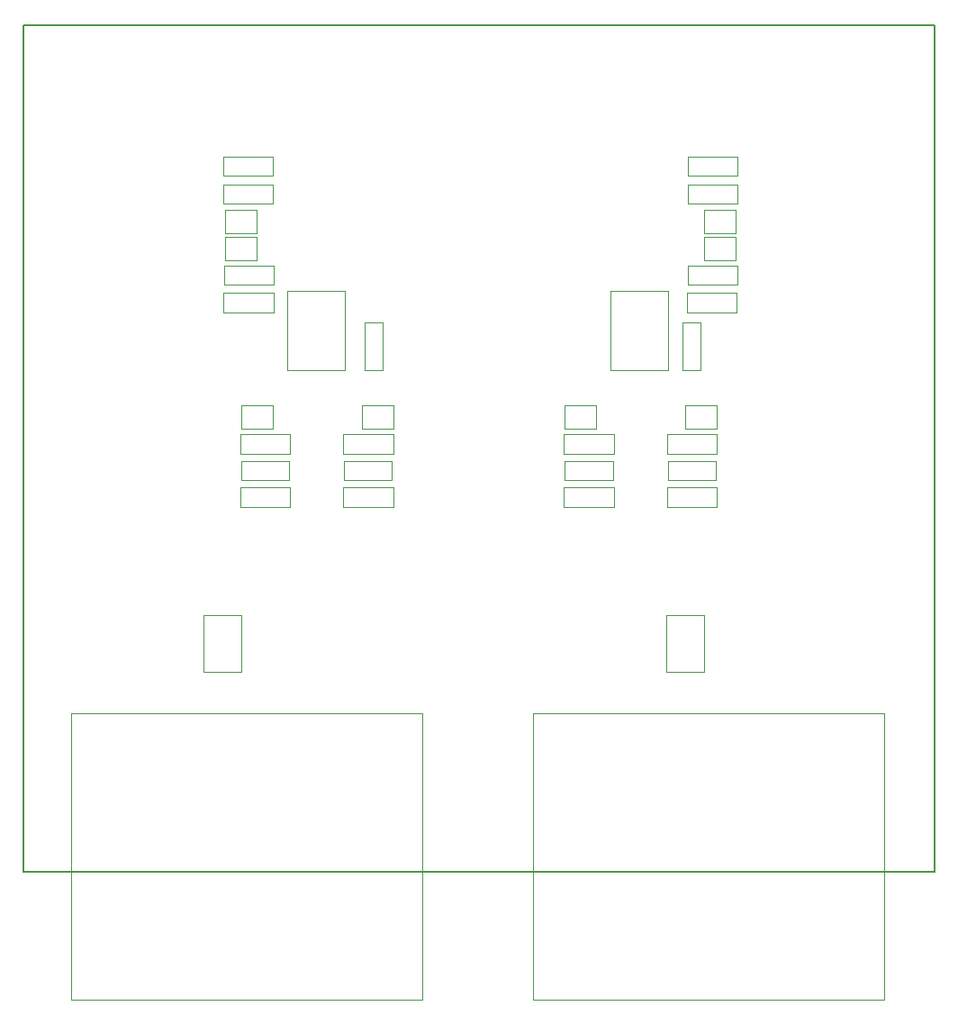
<source format=gbr>
G04 #@! TF.FileFunction,Other,User*
%FSLAX46Y46*%
G04 Gerber Fmt 4.6, Leading zero omitted, Abs format (unit mm)*
G04 Created by KiCad (PCBNEW 4.0.7-e2-6376~58~ubuntu16.04.1) date Thu Oct 11 01:20:23 2018*
%MOMM*%
%LPD*%
G01*
G04 APERTURE LIST*
%ADD10C,0.100000*%
%ADD11C,0.150000*%
%ADD12C,0.050000*%
G04 APERTURE END LIST*
D10*
D11*
X151500000Y-133950000D02*
X65800000Y-133950000D01*
X65800000Y-133950000D02*
X65800000Y-54395000D01*
X151500000Y-54395000D02*
X151500000Y-133950000D01*
X65800000Y-54395000D02*
X151500000Y-54395000D01*
D12*
X89300000Y-81350000D02*
X84600000Y-81350000D01*
X89300000Y-81350000D02*
X89300000Y-79550000D01*
X84600000Y-79550000D02*
X84600000Y-81350000D01*
X84600000Y-79550000D02*
X89300000Y-79550000D01*
X128250000Y-66750000D02*
X132950000Y-66750000D01*
X128250000Y-66750000D02*
X128250000Y-68550000D01*
X132950000Y-68550000D02*
X132950000Y-66750000D01*
X132950000Y-68550000D02*
X128250000Y-68550000D01*
X84650000Y-76950000D02*
X89350000Y-76950000D01*
X84650000Y-76950000D02*
X84650000Y-78750000D01*
X89350000Y-78750000D02*
X89350000Y-76950000D01*
X89350000Y-78750000D02*
X84650000Y-78750000D01*
X132950000Y-71150000D02*
X128250000Y-71150000D01*
X132950000Y-71150000D02*
X132950000Y-69350000D01*
X128250000Y-69350000D02*
X128250000Y-71150000D01*
X128250000Y-69350000D02*
X132950000Y-69350000D01*
X116700000Y-95370000D02*
X121200000Y-95370000D01*
X116700000Y-95370000D02*
X116700000Y-97120000D01*
X121200000Y-97120000D02*
X121200000Y-95370000D01*
X121200000Y-97120000D02*
X116700000Y-97120000D01*
X126400000Y-95370000D02*
X130900000Y-95370000D01*
X126400000Y-95370000D02*
X126400000Y-97120000D01*
X130900000Y-97120000D02*
X130900000Y-95370000D01*
X130900000Y-97120000D02*
X126400000Y-97120000D01*
X100450000Y-97130000D02*
X95950000Y-97130000D01*
X100450000Y-97130000D02*
X100450000Y-95380000D01*
X95950000Y-95380000D02*
X95950000Y-97130000D01*
X95950000Y-95380000D02*
X100450000Y-95380000D01*
X90750000Y-97130000D02*
X86250000Y-97130000D01*
X90750000Y-97130000D02*
X90750000Y-95380000D01*
X86250000Y-95380000D02*
X86250000Y-97130000D01*
X86250000Y-95380000D02*
X90750000Y-95380000D01*
X129480000Y-82300000D02*
X129480000Y-86800000D01*
X129480000Y-82300000D02*
X127730000Y-82300000D01*
X127730000Y-86800000D02*
X129480000Y-86800000D01*
X127730000Y-86800000D02*
X127730000Y-82300000D01*
X99580000Y-82300000D02*
X99580000Y-86800000D01*
X99580000Y-82300000D02*
X97830000Y-82300000D01*
X97830000Y-86800000D02*
X99580000Y-86800000D01*
X97830000Y-86800000D02*
X97830000Y-82300000D01*
X84750000Y-71750000D02*
X87700000Y-71750000D01*
X87700000Y-71750000D02*
X87700000Y-73950000D01*
X87700000Y-73950000D02*
X84750000Y-73950000D01*
X84750000Y-73950000D02*
X84750000Y-71750000D01*
X84750000Y-74250000D02*
X87700000Y-74250000D01*
X87700000Y-74250000D02*
X87700000Y-76450000D01*
X87700000Y-76450000D02*
X84750000Y-76450000D01*
X84750000Y-76450000D02*
X84750000Y-74250000D01*
X132710000Y-76450000D02*
X129760000Y-76450000D01*
X129760000Y-76450000D02*
X129760000Y-74250000D01*
X129760000Y-74250000D02*
X132710000Y-74250000D01*
X132710000Y-74250000D02*
X132710000Y-76450000D01*
X132710000Y-73950000D02*
X129760000Y-73950000D01*
X129760000Y-73950000D02*
X129760000Y-71750000D01*
X129760000Y-71750000D02*
X132710000Y-71750000D01*
X132710000Y-71750000D02*
X132710000Y-73950000D01*
X146720000Y-145960000D02*
X113710000Y-145960000D01*
X146720000Y-145960000D02*
X146720000Y-119040000D01*
X113710000Y-119040000D02*
X113710000Y-145960000D01*
X113710000Y-119040000D02*
X146720000Y-119040000D01*
X103260000Y-145960000D02*
X70250000Y-145960000D01*
X103260000Y-145960000D02*
X103260000Y-119040000D01*
X70250000Y-119040000D02*
X70250000Y-145960000D01*
X70250000Y-119040000D02*
X103260000Y-119040000D01*
X128050000Y-90150000D02*
X131000000Y-90150000D01*
X131000000Y-90150000D02*
X131000000Y-92350000D01*
X131000000Y-92350000D02*
X128050000Y-92350000D01*
X128050000Y-92350000D02*
X128050000Y-90150000D01*
X116650000Y-90150000D02*
X119600000Y-90150000D01*
X119600000Y-90150000D02*
X119600000Y-92350000D01*
X119600000Y-92350000D02*
X116650000Y-92350000D01*
X116650000Y-92350000D02*
X116650000Y-90150000D01*
X97650000Y-90150000D02*
X100600000Y-90150000D01*
X100600000Y-90150000D02*
X100600000Y-92350000D01*
X100600000Y-92350000D02*
X97650000Y-92350000D01*
X97650000Y-92350000D02*
X97650000Y-90150000D01*
X86250000Y-90150000D02*
X89200000Y-90150000D01*
X89200000Y-90150000D02*
X89200000Y-92350000D01*
X89200000Y-92350000D02*
X86250000Y-92350000D01*
X86250000Y-92350000D02*
X86250000Y-90150000D01*
X121300000Y-94650000D02*
X116600000Y-94650000D01*
X121300000Y-94650000D02*
X121300000Y-92850000D01*
X116600000Y-92850000D02*
X116600000Y-94650000D01*
X116600000Y-92850000D02*
X121300000Y-92850000D01*
X121300000Y-99650000D02*
X116600000Y-99650000D01*
X121300000Y-99650000D02*
X121300000Y-97850000D01*
X116600000Y-97850000D02*
X116600000Y-99650000D01*
X116600000Y-97850000D02*
X121300000Y-97850000D01*
X90850000Y-99650000D02*
X86150000Y-99650000D01*
X90850000Y-99650000D02*
X90850000Y-97850000D01*
X86150000Y-97850000D02*
X86150000Y-99650000D01*
X86150000Y-97850000D02*
X90850000Y-97850000D01*
X90850000Y-94650000D02*
X86150000Y-94650000D01*
X90850000Y-94650000D02*
X90850000Y-92850000D01*
X86150000Y-92850000D02*
X86150000Y-94650000D01*
X86150000Y-92850000D02*
X90850000Y-92850000D01*
X131000000Y-94650000D02*
X126300000Y-94650000D01*
X131000000Y-94650000D02*
X131000000Y-92850000D01*
X126300000Y-92850000D02*
X126300000Y-94650000D01*
X126300000Y-92850000D02*
X131000000Y-92850000D01*
X131000000Y-99650000D02*
X126300000Y-99650000D01*
X131000000Y-99650000D02*
X131000000Y-97850000D01*
X126300000Y-97850000D02*
X126300000Y-99650000D01*
X126300000Y-97850000D02*
X131000000Y-97850000D01*
X100550000Y-99650000D02*
X95850000Y-99650000D01*
X100550000Y-99650000D02*
X100550000Y-97850000D01*
X95850000Y-97850000D02*
X95850000Y-99650000D01*
X95850000Y-97850000D02*
X100550000Y-97850000D01*
X100550000Y-94650000D02*
X95850000Y-94650000D01*
X100550000Y-94650000D02*
X100550000Y-92850000D01*
X95850000Y-92850000D02*
X95850000Y-94650000D01*
X95850000Y-92850000D02*
X100550000Y-92850000D01*
X126400000Y-79320000D02*
X121000000Y-79320000D01*
X126400000Y-86780000D02*
X121000000Y-86780000D01*
X126400000Y-79320000D02*
X126400000Y-86780000D01*
X121000000Y-79320000D02*
X121000000Y-86780000D01*
X96000000Y-79320000D02*
X90600000Y-79320000D01*
X96000000Y-86780000D02*
X90600000Y-86780000D01*
X96000000Y-79320000D02*
X96000000Y-86780000D01*
X90600000Y-79320000D02*
X90600000Y-86780000D01*
X82750000Y-115200000D02*
X82750000Y-109800000D01*
X82750000Y-109800000D02*
X86250000Y-109800000D01*
X86250000Y-109800000D02*
X86250000Y-115200000D01*
X86250000Y-115200000D02*
X82750000Y-115200000D01*
X126250000Y-115200000D02*
X126250000Y-109800000D01*
X126250000Y-109800000D02*
X129750000Y-109800000D01*
X129750000Y-109800000D02*
X129750000Y-115200000D01*
X129750000Y-115200000D02*
X126250000Y-115200000D01*
X132950000Y-78750000D02*
X128250000Y-78750000D01*
X132950000Y-78750000D02*
X132950000Y-76950000D01*
X128250000Y-76950000D02*
X128250000Y-78750000D01*
X128250000Y-76950000D02*
X132950000Y-76950000D01*
X84550000Y-69350000D02*
X89250000Y-69350000D01*
X84550000Y-69350000D02*
X84550000Y-71150000D01*
X89250000Y-71150000D02*
X89250000Y-69350000D01*
X89250000Y-71150000D02*
X84550000Y-71150000D01*
X128150000Y-79550000D02*
X132850000Y-79550000D01*
X128150000Y-79550000D02*
X128150000Y-81350000D01*
X132850000Y-81350000D02*
X132850000Y-79550000D01*
X132850000Y-81350000D02*
X128150000Y-81350000D01*
X89250000Y-68550000D02*
X84550000Y-68550000D01*
X89250000Y-68550000D02*
X89250000Y-66750000D01*
X84550000Y-66750000D02*
X84550000Y-68550000D01*
X84550000Y-66750000D02*
X89250000Y-66750000D01*
M02*

</source>
